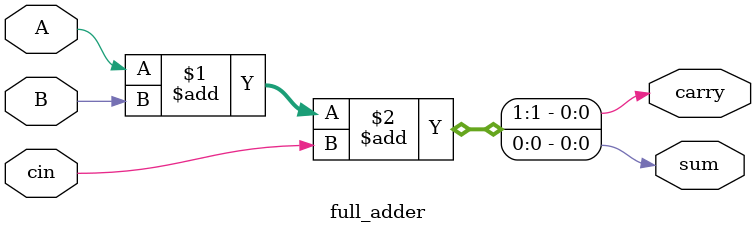
<source format=v>
module full_adder(
input A,
input B,
input cin,
output sum,
output carry
);

assign {carry,sum} = A + B + cin;
endmodule

</source>
